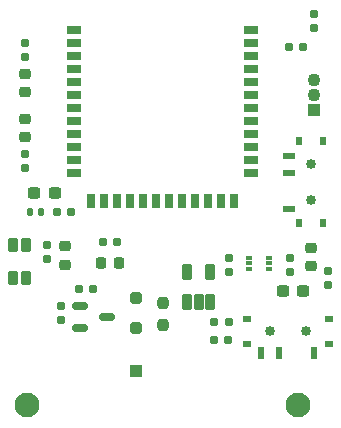
<source format=gts>
G04 #@! TF.GenerationSoftware,KiCad,Pcbnew,7.0.9*
G04 #@! TF.CreationDate,2024-02-29T00:36:21+01:00*
G04 #@! TF.ProjectId,Mad_PlantBug,4d61645f-506c-4616-9e74-4275672e6b69,rev?*
G04 #@! TF.SameCoordinates,Original*
G04 #@! TF.FileFunction,Soldermask,Top*
G04 #@! TF.FilePolarity,Negative*
%FSLAX46Y46*%
G04 Gerber Fmt 4.6, Leading zero omitted, Abs format (unit mm)*
G04 Created by KiCad (PCBNEW 7.0.9) date 2024-02-29 00:36:21*
%MOMM*%
%LPD*%
G01*
G04 APERTURE LIST*
G04 Aperture macros list*
%AMRoundRect*
0 Rectangle with rounded corners*
0 $1 Rounding radius*
0 $2 $3 $4 $5 $6 $7 $8 $9 X,Y pos of 4 corners*
0 Add a 4 corners polygon primitive as box body*
4,1,4,$2,$3,$4,$5,$6,$7,$8,$9,$2,$3,0*
0 Add four circle primitives for the rounded corners*
1,1,$1+$1,$2,$3*
1,1,$1+$1,$4,$5*
1,1,$1+$1,$6,$7*
1,1,$1+$1,$8,$9*
0 Add four rect primitives between the rounded corners*
20,1,$1+$1,$2,$3,$4,$5,0*
20,1,$1+$1,$4,$5,$6,$7,0*
20,1,$1+$1,$6,$7,$8,$9,0*
20,1,$1+$1,$8,$9,$2,$3,0*%
G04 Aperture macros list end*
%ADD10RoundRect,0.160000X-0.197500X-0.160000X0.197500X-0.160000X0.197500X0.160000X-0.197500X0.160000X0*%
%ADD11RoundRect,0.218750X-0.256250X0.218750X-0.256250X-0.218750X0.256250X-0.218750X0.256250X0.218750X0*%
%ADD12R,1.100000X1.100000*%
%ADD13C,1.100000*%
%ADD14RoundRect,0.225000X0.250000X-0.225000X0.250000X0.225000X-0.250000X0.225000X-0.250000X-0.225000X0*%
%ADD15RoundRect,0.218750X0.256250X-0.218750X0.256250X0.218750X-0.256250X0.218750X-0.256250X-0.218750X0*%
%ADD16RoundRect,0.160000X0.197500X0.160000X-0.197500X0.160000X-0.197500X-0.160000X0.197500X-0.160000X0*%
%ADD17RoundRect,0.160000X-0.160000X0.197500X-0.160000X-0.197500X0.160000X-0.197500X0.160000X0.197500X0*%
%ADD18RoundRect,0.190500X0.206500X-0.516500X0.206500X0.516500X-0.206500X0.516500X-0.206500X-0.516500X0*%
%ADD19R,1.198880X0.698500*%
%ADD20R,0.698500X1.198880*%
%ADD21R,0.475000X0.300000*%
%ADD22RoundRect,0.250000X-0.250000X0.250000X-0.250000X-0.250000X0.250000X-0.250000X0.250000X0.250000X0*%
%ADD23RoundRect,0.237500X-0.237500X0.250000X-0.237500X-0.250000X0.237500X-0.250000X0.237500X0.250000X0*%
%ADD24RoundRect,0.140351X0.259649X-0.469899X0.259649X0.469899X-0.259649X0.469899X-0.259649X-0.469899X0*%
%ADD25RoundRect,0.140351X0.259649X-0.451649X0.259649X0.451649X-0.259649X0.451649X-0.259649X-0.451649X0*%
%ADD26RoundRect,0.237500X0.300000X0.237500X-0.300000X0.237500X-0.300000X-0.237500X0.300000X-0.237500X0*%
%ADD27RoundRect,0.225000X-0.250000X0.225000X-0.250000X-0.225000X0.250000X-0.225000X0.250000X0.225000X0*%
%ADD28RoundRect,0.225000X0.225000X0.250000X-0.225000X0.250000X-0.225000X-0.250000X0.225000X-0.250000X0*%
%ADD29C,2.100000*%
%ADD30RoundRect,0.150000X-0.512500X-0.150000X0.512500X-0.150000X0.512500X0.150000X-0.512500X0.150000X0*%
%ADD31RoundRect,0.237500X-0.300000X-0.237500X0.300000X-0.237500X0.300000X0.237500X-0.300000X0.237500X0*%
%ADD32R,1.000000X1.000000*%
%ADD33RoundRect,0.160000X0.160000X-0.197500X0.160000X0.197500X-0.160000X0.197500X-0.160000X-0.197500X0*%
%ADD34RoundRect,0.140000X0.140000X0.170000X-0.140000X0.170000X-0.140000X-0.170000X0.140000X-0.170000X0*%
%ADD35R,0.800000X0.500000*%
%ADD36R,0.500000X1.000000*%
%ADD37C,0.850000*%
%ADD38R,0.500000X0.800000*%
%ADD39R,1.000000X0.500000*%
G04 APERTURE END LIST*
D10*
G04 #@! TO.C,R8*
X52234500Y-51816000D03*
X53429500Y-51816000D03*
G04 #@! TD*
D11*
G04 #@! TO.C,D1*
X49530000Y-45491500D03*
X49530000Y-43916500D03*
G04 #@! TD*
D12*
G04 #@! TO.C,J2*
X73958000Y-43153500D03*
D13*
X73958000Y-41903500D03*
X73958000Y-40653500D03*
G04 #@! TD*
D14*
G04 #@! TO.C,C1*
X73753000Y-56381500D03*
X73753000Y-54831500D03*
G04 #@! TD*
D15*
G04 #@! TO.C,D2*
X49530000Y-40106500D03*
X49530000Y-41681500D03*
G04 #@! TD*
D16*
G04 #@! TO.C,R6*
X57332500Y-54349500D03*
X56137500Y-54349500D03*
G04 #@! TD*
D17*
G04 #@! TO.C,R2*
X74007000Y-35045500D03*
X74007000Y-36240500D03*
G04 #@! TD*
D18*
G04 #@! TO.C,U2*
X63278000Y-56921000D03*
X65178000Y-56921000D03*
X65178000Y-59431000D03*
X64228000Y-59431000D03*
X63278000Y-59431000D03*
G04 #@! TD*
D19*
G04 #@! TO.C,U1*
X68678080Y-36419240D03*
X68678080Y-37519060D03*
X68678080Y-38618880D03*
X68678080Y-39718700D03*
X68678080Y-40818520D03*
X68678080Y-41918340D03*
X68678080Y-43018160D03*
X68678080Y-44117980D03*
X68678080Y-45217800D03*
X68678080Y-46317620D03*
X68678080Y-47417440D03*
X68678080Y-48517260D03*
D20*
X67227740Y-50866760D03*
X66127920Y-50866760D03*
X65028100Y-50866760D03*
X63928280Y-50866760D03*
X62828460Y-50866760D03*
X61728640Y-50866760D03*
X60631360Y-50866760D03*
X59531540Y-50866760D03*
X58431720Y-50866760D03*
X57331900Y-50866760D03*
X56232080Y-50866760D03*
X55132260Y-50866760D03*
D19*
X53681920Y-48517260D03*
X53681920Y-47417440D03*
X53681920Y-46317620D03*
X53681920Y-45217800D03*
X53681920Y-44117980D03*
X53681920Y-43018160D03*
X53681920Y-41918340D03*
X53681920Y-40818520D03*
X53681920Y-39718700D03*
X53681920Y-38618880D03*
X53681920Y-37519060D03*
X53681920Y-36419240D03*
G04 #@! TD*
D17*
G04 #@! TO.C,R13*
X51401000Y-54628000D03*
X51401000Y-55823000D03*
G04 #@! TD*
D10*
G04 #@! TO.C,R21*
X66768000Y-61080500D03*
X65573000Y-61080500D03*
G04 #@! TD*
D21*
G04 #@! TO.C,IC1*
X68521000Y-56657000D03*
X68521000Y-56157000D03*
X68521000Y-55657000D03*
X70197000Y-55657000D03*
X70197000Y-56157000D03*
X70197000Y-56657000D03*
G04 #@! TD*
D22*
G04 #@! TO.C,D3*
X58894000Y-59088500D03*
X58894000Y-61588500D03*
G04 #@! TD*
D17*
G04 #@! TO.C,R5*
X49530000Y-38697500D03*
X49530000Y-37502500D03*
G04 #@! TD*
D23*
G04 #@! TO.C,R7*
X61180000Y-59509500D03*
X61180000Y-61334500D03*
G04 #@! TD*
D24*
G04 #@! TO.C,D4*
X49623000Y-57384500D03*
D25*
X48501500Y-57366250D03*
X49623000Y-54615250D03*
X48501500Y-54615250D03*
G04 #@! TD*
D26*
G04 #@! TO.C,C2*
X50311000Y-50158500D03*
X52036000Y-50158500D03*
G04 #@! TD*
D27*
G04 #@! TO.C,C6*
X52925000Y-54704500D03*
X52925000Y-56254500D03*
G04 #@! TD*
D28*
G04 #@! TO.C,C4*
X57510000Y-56127500D03*
X55960000Y-56127500D03*
G04 #@! TD*
D29*
G04 #@! TO.C,REF\u002A\u002A*
X72642000Y-68177500D03*
G04 #@! TD*
D30*
G04 #@! TO.C,Q2*
X54200500Y-59749500D03*
X54200500Y-61649500D03*
X56475500Y-60699500D03*
G04 #@! TD*
D31*
G04 #@! TO.C,C9*
X73091500Y-58451000D03*
X71366500Y-58451000D03*
G04 #@! TD*
D32*
G04 #@! TO.C,TP1*
X58894000Y-65271500D03*
G04 #@! TD*
D33*
G04 #@! TO.C,R19*
X66768000Y-55694500D03*
X66768000Y-56889500D03*
G04 #@! TD*
D16*
G04 #@! TO.C,R9*
X55324000Y-58286500D03*
X54129000Y-58286500D03*
G04 #@! TD*
D10*
G04 #@! TO.C,R3*
X71862500Y-37801500D03*
X73057500Y-37801500D03*
G04 #@! TD*
D17*
G04 #@! TO.C,R12*
X52544000Y-59721000D03*
X52544000Y-60916000D03*
G04 #@! TD*
D34*
G04 #@! TO.C,C3*
X49933000Y-51809500D03*
X50893000Y-51809500D03*
G04 #@! TD*
D16*
G04 #@! TO.C,R20*
X66730500Y-62604500D03*
X65535500Y-62604500D03*
G04 #@! TD*
D33*
G04 #@! TO.C,R1*
X75150000Y-56800000D03*
X75150000Y-57995000D03*
G04 #@! TD*
D35*
G04 #@! TO.C,S1*
X75240000Y-62941500D03*
X75240000Y-60841500D03*
X68340000Y-60841500D03*
X68340000Y-62941500D03*
D36*
X69540000Y-63741500D03*
X71040000Y-63741500D03*
X74040000Y-63741500D03*
D37*
X70290000Y-61891500D03*
X73290000Y-61891500D03*
G04 #@! TD*
D29*
G04 #@! TO.C,REF\u002A\u002A*
X49718000Y-68177500D03*
G04 #@! TD*
D33*
G04 #@! TO.C,R18*
X71975000Y-55694500D03*
X71975000Y-56889500D03*
G04 #@! TD*
D38*
G04 #@! TO.C,S2*
X72695000Y-52727500D03*
X74795000Y-52727500D03*
X74795000Y-45827500D03*
X72695000Y-45827500D03*
D39*
X71895000Y-47027500D03*
X71895000Y-48527500D03*
X71895000Y-51527500D03*
D37*
X73745000Y-47777500D03*
X73745000Y-50777500D03*
G04 #@! TD*
D33*
G04 #@! TO.C,R4*
X49530000Y-48095500D03*
X49530000Y-46900500D03*
G04 #@! TD*
M02*

</source>
